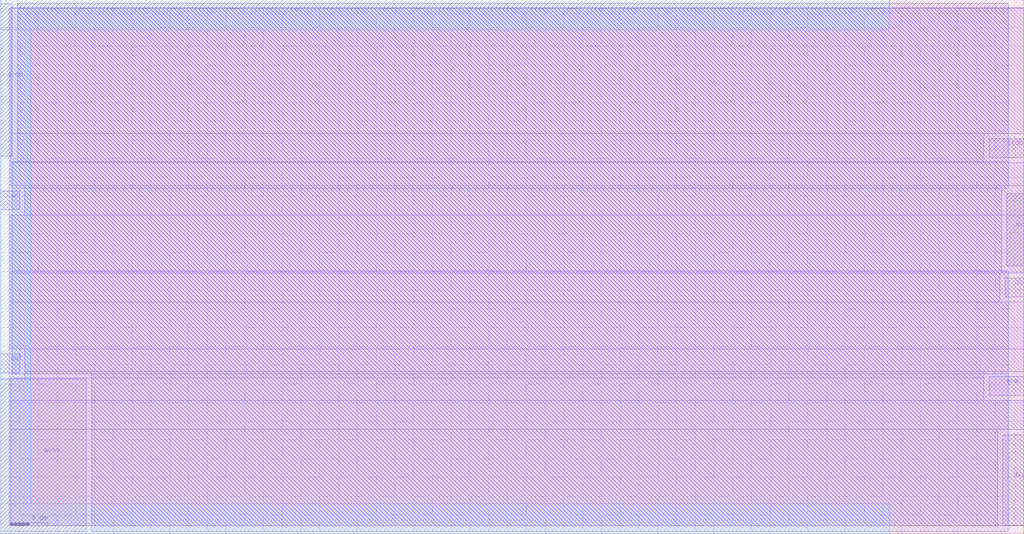
<source format=lef>
VERSION 5.7 ;
  NOWIREEXTENSIONATPIN ON ;
  DIVIDERCHAR "/" ;
  BUSBITCHARS "[]" ;
MACRO sky130_ef_ip__xtal_osc_16M
  CLASS BLOCK ;
  FOREIGN sky130_ef_ip__xtal_osc_16M ;
  ORIGIN 0.000 0.000 ;
  SIZE 54.520 BY 28.480 ;
  PIN in
    ANTENNAGATEAREA 0.420000 ;
    ANTENNADIFFAREA 0.526800 ;
    PORT
      LAYER met1 ;
        RECT 0.000 17.280 1.000 18.280 ;
    END
  END in
  PIN out
    PORT
      LAYER met1 ;
        RECT 0.000 8.590 1.000 9.590 ;
    END
  END out
  PIN avdd
    ANTENNADIFFAREA 98.890800 ;
    PORT
      LAYER met2 ;
        RECT 0.000 20.135 0.625 28.275 ;
    END
  END avdd
  PIN avss
    ANTENNADIFFAREA 87.223801 ;
    PORT
      LAYER met2 ;
        RECT 0.000 0.125 4.565 8.250 ;
    END
  END avss
  PIN dvdd
    ANTENNADIFFAREA 4.959600 ;
    PORT
      LAYER met2 ;
        RECT 53.615 14.290 54.520 18.150 ;
    END
  END dvdd
  PIN dvss
    ANTENNADIFFAREA 21.305099 ;
    PORT
      LAYER met1 ;
        RECT 53.395 0.460 54.520 5.280 ;
    END
  END dvss
  PIN ena
    ANTENNAGATEAREA 0.510000 ;
    PORT
      LAYER met1 ;
        RECT 52.670 7.390 54.520 8.390 ;
    END
  END ena
  PIN dout
    ANTENNADIFFAREA 0.435000 ;
    PORT
      LAYER met1 ;
        RECT 53.520 12.640 54.520 13.640 ;
    END
  END dout
  PIN stdby
    ANTENNAGATEAREA 0.510000 ;
    PORT
      LAYER met1 ;
        RECT 52.670 20.070 54.520 21.070 ;
    END
  END stdby
  OBS
      LAYER nwell ;
        RECT 0.000 26.870 47.350 28.480 ;
        RECT 0.000 1.590 1.610 26.870 ;
        RECT 0.000 0.000 47.350 1.590 ;
      LAYER li1 ;
        RECT 0.465 0.420 54.510 28.015 ;
      LAYER met1 ;
        RECT 0.530 21.350 54.520 28.045 ;
        RECT 0.530 19.790 52.390 21.350 ;
        RECT 0.530 18.560 54.520 19.790 ;
        RECT 1.280 17.000 54.520 18.560 ;
        RECT 0.530 13.920 54.520 17.000 ;
        RECT 0.530 12.360 53.240 13.920 ;
        RECT 0.530 9.870 54.520 12.360 ;
        RECT 1.280 8.670 54.520 9.870 ;
        RECT 1.280 8.310 52.390 8.670 ;
        RECT 0.530 7.110 52.390 8.310 ;
        RECT 0.530 5.560 54.520 7.110 ;
        RECT 0.530 0.420 53.115 5.560 ;
      LAYER met2 ;
        RECT 0.905 19.855 53.685 28.285 ;
        RECT 0.625 18.430 53.685 19.855 ;
        RECT 0.625 14.010 53.335 18.430 ;
        RECT 0.625 8.530 53.685 14.010 ;
        RECT 4.845 0.125 53.685 8.530 ;
  END
END sky130_ef_ip__xtal_osc_16M
END LIBRARY


</source>
